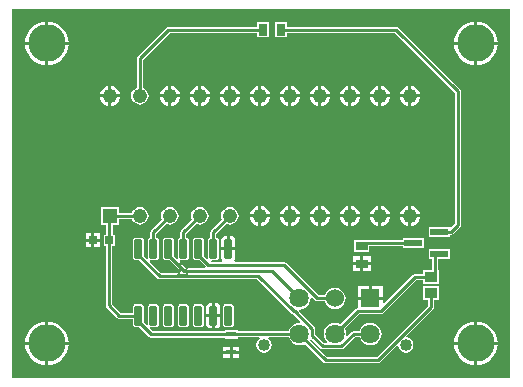
<source format=gbl>
G04*
G04 #@! TF.GenerationSoftware,Altium Limited,Altium Designer,19.1.7 (138)*
G04*
G04 Layer_Physical_Order=2*
G04 Layer_Color=16711680*
%FSLAX44Y44*%
%MOMM*%
G71*
G01*
G75*
%ADD11C,0.1500*%
%ADD19C,3.1750*%
%ADD20R,1.5830X1.5830*%
%ADD21C,1.6349*%
%ADD22C,1.5301*%
%ADD23C,1.0201*%
%ADD24R,1.2200X1.2200*%
%ADD25C,1.2200*%
G04:AMPARAMS|DCode=26|XSize=0.65mm|YSize=1.65mm|CornerRadius=0.0488mm|HoleSize=0mm|Usage=FLASHONLY|Rotation=180.000|XOffset=0mm|YOffset=0mm|HoleType=Round|Shape=RoundedRectangle|*
%AMROUNDEDRECTD26*
21,1,0.6500,1.5525,0,0,180.0*
21,1,0.5525,1.6500,0,0,180.0*
1,1,0.0975,-0.2763,0.7763*
1,1,0.0975,0.2763,0.7763*
1,1,0.0975,0.2763,-0.7763*
1,1,0.0975,-0.2763,-0.7763*
%
%ADD26ROUNDEDRECTD26*%
%ADD27R,0.7000X0.7000*%
%ADD28R,1.5500X0.6000*%
%ADD29R,1.0500X0.9000*%
%ADD30R,1.0000X0.8000*%
%ADD31R,0.8000X1.0000*%
%ADD32R,0.8500X0.4500*%
%ADD33C,0.2540*%
G36*
X497790Y2590D02*
X76250D01*
Y314910D01*
X497790D01*
Y2590D01*
D02*
G37*
%LPC*%
G36*
X293680Y303450D02*
X283140D01*
Y299770D01*
X208280D01*
X207289Y299573D01*
X206449Y299011D01*
X182319Y274881D01*
X181757Y274041D01*
X181560Y273050D01*
Y248204D01*
X180433Y247738D01*
X178894Y246556D01*
X177712Y245017D01*
X176970Y243224D01*
X176716Y241300D01*
X176970Y239376D01*
X177712Y237583D01*
X178894Y236044D01*
X180433Y234862D01*
X182226Y234120D01*
X184150Y233866D01*
X186074Y234120D01*
X187867Y234862D01*
X189406Y236044D01*
X190588Y237583D01*
X191330Y239376D01*
X191583Y241300D01*
X191330Y243224D01*
X190588Y245017D01*
X189406Y246556D01*
X187867Y247738D01*
X186740Y248204D01*
Y271977D01*
X209353Y294590D01*
X283140D01*
Y290910D01*
X293680D01*
Y303450D01*
D02*
G37*
G36*
X469900Y304129D02*
Y287020D01*
X487009D01*
X486779Y289360D01*
X485726Y292831D01*
X484016Y296030D01*
X481714Y298834D01*
X478910Y301136D01*
X475711Y302846D01*
X472240Y303899D01*
X469900Y304129D01*
D02*
G37*
G36*
X467360D02*
X465020Y303899D01*
X461549Y302846D01*
X458350Y301136D01*
X455546Y298834D01*
X453244Y296030D01*
X451534Y292831D01*
X450481Y289360D01*
X450251Y287020D01*
X467360D01*
Y304129D01*
D02*
G37*
G36*
X106680D02*
Y287020D01*
X123789D01*
X123559Y289360D01*
X122506Y292831D01*
X120796Y296030D01*
X118494Y298834D01*
X115690Y301136D01*
X112491Y302846D01*
X109020Y303899D01*
X106680Y304129D01*
D02*
G37*
G36*
X104140D02*
X101800Y303899D01*
X98329Y302846D01*
X95130Y301136D01*
X92326Y298834D01*
X90024Y296030D01*
X88314Y292831D01*
X87261Y289360D01*
X87031Y287020D01*
X104140D01*
Y304129D01*
D02*
G37*
G36*
X487009Y284480D02*
X469900D01*
Y267371D01*
X472240Y267601D01*
X475711Y268654D01*
X478910Y270364D01*
X481714Y272666D01*
X484016Y275470D01*
X485726Y278669D01*
X486779Y282140D01*
X487009Y284480D01*
D02*
G37*
G36*
X467360D02*
X450251D01*
X450481Y282140D01*
X451534Y278669D01*
X453244Y275470D01*
X455546Y272666D01*
X458350Y270364D01*
X461549Y268654D01*
X465020Y267601D01*
X467360Y267371D01*
Y284480D01*
D02*
G37*
G36*
X123789D02*
X106680D01*
Y267371D01*
X109020Y267601D01*
X112491Y268654D01*
X115690Y270364D01*
X118494Y272666D01*
X120796Y275470D01*
X122506Y278669D01*
X123559Y282140D01*
X123789Y284480D01*
D02*
G37*
G36*
X104140D02*
X87031D01*
X87261Y282140D01*
X88314Y278669D01*
X90024Y275470D01*
X92326Y272666D01*
X95130Y270364D01*
X98329Y268654D01*
X101800Y267601D01*
X104140Y267371D01*
Y284480D01*
D02*
G37*
G36*
X414020Y249847D02*
Y242570D01*
X421297D01*
X421167Y243556D01*
X420297Y245657D01*
X418912Y247462D01*
X417107Y248847D01*
X415005Y249718D01*
X414020Y249847D01*
D02*
G37*
G36*
X388620D02*
Y242570D01*
X395897D01*
X395768Y243556D01*
X394897Y245657D01*
X393512Y247462D01*
X391707Y248847D01*
X389605Y249718D01*
X388620Y249847D01*
D02*
G37*
G36*
X363220D02*
Y242570D01*
X370497D01*
X370368Y243556D01*
X369497Y245657D01*
X368112Y247462D01*
X366307Y248847D01*
X364205Y249718D01*
X363220Y249847D01*
D02*
G37*
G36*
X337820D02*
Y242570D01*
X345097D01*
X344967Y243556D01*
X344097Y245657D01*
X342712Y247462D01*
X340907Y248847D01*
X338805Y249718D01*
X337820Y249847D01*
D02*
G37*
G36*
X312420D02*
Y242570D01*
X319697D01*
X319568Y243556D01*
X318697Y245657D01*
X317312Y247462D01*
X315507Y248847D01*
X313405Y249718D01*
X312420Y249847D01*
D02*
G37*
G36*
X287020D02*
Y242570D01*
X294297D01*
X294167Y243556D01*
X293297Y245657D01*
X291912Y247462D01*
X290107Y248847D01*
X288005Y249718D01*
X287020Y249847D01*
D02*
G37*
G36*
X261620D02*
Y242570D01*
X268897D01*
X268768Y243556D01*
X267897Y245657D01*
X266512Y247462D01*
X264707Y248847D01*
X262605Y249718D01*
X261620Y249847D01*
D02*
G37*
G36*
X236220D02*
Y242570D01*
X243497D01*
X243368Y243556D01*
X242497Y245657D01*
X241112Y247462D01*
X239307Y248847D01*
X237205Y249718D01*
X236220Y249847D01*
D02*
G37*
G36*
X210820D02*
Y242570D01*
X218097D01*
X217967Y243556D01*
X217097Y245657D01*
X215712Y247462D01*
X213907Y248847D01*
X211805Y249718D01*
X210820Y249847D01*
D02*
G37*
G36*
X160020D02*
Y242570D01*
X167297D01*
X167167Y243556D01*
X166297Y245657D01*
X164912Y247462D01*
X163107Y248847D01*
X161005Y249718D01*
X160020Y249847D01*
D02*
G37*
G36*
X259080D02*
X258095Y249718D01*
X255993Y248847D01*
X254188Y247462D01*
X252803Y245657D01*
X251932Y243556D01*
X251803Y242570D01*
X259080D01*
Y249847D01*
D02*
G37*
G36*
X360680D02*
X359695Y249718D01*
X357593Y248847D01*
X355788Y247462D01*
X354403Y245657D01*
X353532Y243556D01*
X353403Y242570D01*
X360680D01*
Y249847D01*
D02*
G37*
G36*
X335280D02*
X334295Y249718D01*
X332193Y248847D01*
X330388Y247462D01*
X329003Y245657D01*
X328132Y243556D01*
X328003Y242570D01*
X335280D01*
Y249847D01*
D02*
G37*
G36*
X284480D02*
X283494Y249718D01*
X281393Y248847D01*
X279588Y247462D01*
X278203Y245657D01*
X277332Y243556D01*
X277203Y242570D01*
X284480D01*
Y249847D01*
D02*
G37*
G36*
X233680D02*
X232694Y249718D01*
X230593Y248847D01*
X228788Y247462D01*
X227403Y245657D01*
X226532Y243556D01*
X226403Y242570D01*
X233680D01*
Y249847D01*
D02*
G37*
G36*
X386080D02*
X385094Y249718D01*
X382993Y248847D01*
X381188Y247462D01*
X379803Y245657D01*
X378932Y243556D01*
X378803Y242570D01*
X386080D01*
Y249847D01*
D02*
G37*
G36*
X309880D02*
X308895Y249718D01*
X306793Y248847D01*
X304988Y247462D01*
X303603Y245657D01*
X302732Y243556D01*
X302603Y242570D01*
X309880D01*
Y249847D01*
D02*
G37*
G36*
X157480D02*
X156495Y249718D01*
X154393Y248847D01*
X152588Y247462D01*
X151203Y245657D01*
X150332Y243556D01*
X150203Y242570D01*
X157480D01*
Y249847D01*
D02*
G37*
G36*
X208280D02*
X207295Y249718D01*
X205193Y248847D01*
X203388Y247462D01*
X202003Y245657D01*
X201132Y243556D01*
X201003Y242570D01*
X208280D01*
Y249847D01*
D02*
G37*
G36*
X411480D02*
X410494Y249718D01*
X408393Y248847D01*
X406588Y247462D01*
X405203Y245657D01*
X404332Y243556D01*
X404203Y242570D01*
X411480D01*
Y249847D01*
D02*
G37*
G36*
X421297Y240030D02*
X414020D01*
Y232753D01*
X415005Y232882D01*
X417107Y233753D01*
X418912Y235138D01*
X420297Y236943D01*
X421167Y239044D01*
X421297Y240030D01*
D02*
G37*
G36*
X319697D02*
X312420D01*
Y232753D01*
X313405Y232882D01*
X315507Y233753D01*
X317312Y235138D01*
X318697Y236943D01*
X319568Y239044D01*
X319697Y240030D01*
D02*
G37*
G36*
X218097D02*
X210820D01*
Y232753D01*
X211805Y232882D01*
X213907Y233753D01*
X215712Y235138D01*
X217097Y236943D01*
X217967Y239044D01*
X218097Y240030D01*
D02*
G37*
G36*
X167297D02*
X160020D01*
Y232753D01*
X161005Y232882D01*
X163107Y233753D01*
X164912Y235138D01*
X166297Y236943D01*
X167167Y239044D01*
X167297Y240030D01*
D02*
G37*
G36*
X395897D02*
X388620D01*
Y232753D01*
X389605Y232882D01*
X391707Y233753D01*
X393512Y235138D01*
X394897Y236943D01*
X395768Y239044D01*
X395897Y240030D01*
D02*
G37*
G36*
X345097D02*
X337820D01*
Y232753D01*
X338805Y232882D01*
X340907Y233753D01*
X342712Y235138D01*
X344097Y236943D01*
X344967Y239044D01*
X345097Y240030D01*
D02*
G37*
G36*
X294297D02*
X287020D01*
Y232753D01*
X288005Y232882D01*
X290107Y233753D01*
X291912Y235138D01*
X293297Y236943D01*
X294167Y239044D01*
X294297Y240030D01*
D02*
G37*
G36*
X243497D02*
X236220D01*
Y232753D01*
X237205Y232882D01*
X239307Y233753D01*
X241112Y235138D01*
X242497Y236943D01*
X243368Y239044D01*
X243497Y240030D01*
D02*
G37*
G36*
X370497D02*
X363220D01*
Y232753D01*
X364205Y232882D01*
X366307Y233753D01*
X368112Y235138D01*
X369497Y236943D01*
X370368Y239044D01*
X370497Y240030D01*
D02*
G37*
G36*
X268897D02*
X261620D01*
Y232753D01*
X262605Y232882D01*
X264707Y233753D01*
X266512Y235138D01*
X267897Y236943D01*
X268768Y239044D01*
X268897Y240030D01*
D02*
G37*
G36*
X360680D02*
X353403D01*
X353532Y239044D01*
X354403Y236943D01*
X355788Y235138D01*
X357593Y233753D01*
X359695Y232882D01*
X360680Y232753D01*
Y240030D01*
D02*
G37*
G36*
X259080D02*
X251803D01*
X251932Y239044D01*
X252803Y236943D01*
X254188Y235138D01*
X255993Y233753D01*
X258095Y232882D01*
X259080Y232753D01*
Y240030D01*
D02*
G37*
G36*
X386080D02*
X378803D01*
X378932Y239044D01*
X379803Y236943D01*
X381188Y235138D01*
X382993Y233753D01*
X385094Y232882D01*
X386080Y232753D01*
Y240030D01*
D02*
G37*
G36*
X335280D02*
X328003D01*
X328132Y239044D01*
X329003Y236943D01*
X330388Y235138D01*
X332193Y233753D01*
X334295Y232882D01*
X335280Y232753D01*
Y240030D01*
D02*
G37*
G36*
X284480D02*
X277203D01*
X277332Y239044D01*
X278203Y236943D01*
X279588Y235138D01*
X281393Y233753D01*
X283494Y232882D01*
X284480Y232753D01*
Y240030D01*
D02*
G37*
G36*
X233680D02*
X226403D01*
X226532Y239044D01*
X227403Y236943D01*
X228788Y235138D01*
X230593Y233753D01*
X232694Y232882D01*
X233680Y232753D01*
Y240030D01*
D02*
G37*
G36*
X208280D02*
X201003D01*
X201132Y239044D01*
X202003Y236943D01*
X203388Y235138D01*
X205193Y233753D01*
X207295Y232882D01*
X208280Y232753D01*
Y240030D01*
D02*
G37*
G36*
X157480D02*
X150203D01*
X150332Y239044D01*
X151203Y236943D01*
X152588Y235138D01*
X154393Y233753D01*
X156495Y232882D01*
X157480Y232753D01*
Y240030D01*
D02*
G37*
G36*
X411480D02*
X404203D01*
X404332Y239044D01*
X405203Y236943D01*
X406588Y235138D01*
X408393Y233753D01*
X410494Y232882D01*
X411480Y232753D01*
Y240030D01*
D02*
G37*
G36*
X309880D02*
X302603D01*
X302732Y239044D01*
X303603Y236943D01*
X304988Y235138D01*
X306793Y233753D01*
X308895Y232882D01*
X309880Y232753D01*
Y240030D01*
D02*
G37*
G36*
X414020Y148247D02*
Y140970D01*
X421297D01*
X421167Y141955D01*
X420297Y144057D01*
X418912Y145862D01*
X417107Y147247D01*
X415005Y148118D01*
X414020Y148247D01*
D02*
G37*
G36*
X388620D02*
Y140970D01*
X395897D01*
X395768Y141955D01*
X394897Y144057D01*
X393512Y145862D01*
X391707Y147247D01*
X389605Y148118D01*
X388620Y148247D01*
D02*
G37*
G36*
X363220D02*
Y140970D01*
X370497D01*
X370368Y141955D01*
X369497Y144057D01*
X368112Y145862D01*
X366307Y147247D01*
X364205Y148118D01*
X363220Y148247D01*
D02*
G37*
G36*
X337820D02*
Y140970D01*
X345097D01*
X344967Y141955D01*
X344097Y144057D01*
X342712Y145862D01*
X340907Y147247D01*
X338805Y148118D01*
X337820Y148247D01*
D02*
G37*
G36*
X312420D02*
Y140970D01*
X319697D01*
X319568Y141955D01*
X318697Y144057D01*
X317312Y145862D01*
X315507Y147247D01*
X313405Y148118D01*
X312420Y148247D01*
D02*
G37*
G36*
X287020D02*
Y140970D01*
X294297D01*
X294167Y141955D01*
X293297Y144057D01*
X291912Y145862D01*
X290107Y147247D01*
X288005Y148118D01*
X287020Y148247D01*
D02*
G37*
G36*
X360680D02*
X359695Y148118D01*
X357593Y147247D01*
X355788Y145862D01*
X354403Y144057D01*
X353532Y141955D01*
X353403Y140970D01*
X360680D01*
Y148247D01*
D02*
G37*
G36*
X411480D02*
X410494Y148118D01*
X408393Y147247D01*
X406588Y145862D01*
X405203Y144057D01*
X404332Y141955D01*
X404203Y140970D01*
X411480D01*
Y148247D01*
D02*
G37*
G36*
X284480D02*
X283494Y148118D01*
X281393Y147247D01*
X279588Y145862D01*
X278203Y144057D01*
X277332Y141955D01*
X277203Y140970D01*
X284480D01*
Y148247D01*
D02*
G37*
G36*
X386080D02*
X385094Y148118D01*
X382993Y147247D01*
X381188Y145862D01*
X379803Y144057D01*
X378932Y141955D01*
X378803Y140970D01*
X386080D01*
Y148247D01*
D02*
G37*
G36*
X335280D02*
X334295Y148118D01*
X332193Y147247D01*
X330388Y145862D01*
X329003Y144057D01*
X328132Y141955D01*
X328003Y140970D01*
X335280D01*
Y148247D01*
D02*
G37*
G36*
X309880D02*
X308895Y148118D01*
X306793Y147247D01*
X304988Y145862D01*
X303603Y144057D01*
X302732Y141955D01*
X302603Y140970D01*
X309880D01*
Y148247D01*
D02*
G37*
G36*
X260350Y147134D02*
X258426Y146880D01*
X256633Y146138D01*
X255094Y144956D01*
X253912Y143417D01*
X253170Y141624D01*
X252916Y139700D01*
X253170Y137776D01*
X253636Y136649D01*
X244549Y127561D01*
X243987Y126721D01*
X243790Y125730D01*
Y121314D01*
X243617D01*
X242932Y121178D01*
X242350Y120790D01*
X241962Y120208D01*
X241826Y119522D01*
Y104073D01*
X241654Y103921D01*
X240636Y103466D01*
X238234Y105868D01*
Y119522D01*
X238098Y120208D01*
X237710Y120790D01*
X237128Y121178D01*
X236443Y121314D01*
X230917D01*
X230232Y121178D01*
X229650Y120790D01*
X229262Y120208D01*
X229126Y119522D01*
Y103997D01*
X229262Y103312D01*
X229650Y102730D01*
X230232Y102342D01*
X230917Y102206D01*
X234572D01*
X239728Y97050D01*
X239202Y95780D01*
X222923D01*
X217686Y101016D01*
X218141Y102034D01*
X218293Y102206D01*
X223743D01*
X224428Y102342D01*
X225010Y102730D01*
X225398Y103312D01*
X225534Y103997D01*
Y119522D01*
X225398Y120208D01*
X225010Y120790D01*
X224428Y121178D01*
X223743Y121314D01*
X223570D01*
Y124657D01*
X231899Y132986D01*
X233026Y132520D01*
X234950Y132266D01*
X236874Y132520D01*
X238667Y133262D01*
X240206Y134444D01*
X241388Y135983D01*
X242130Y137776D01*
X242383Y139700D01*
X242130Y141624D01*
X241388Y143417D01*
X240206Y144956D01*
X238667Y146138D01*
X236874Y146880D01*
X234950Y147134D01*
X233026Y146880D01*
X231233Y146138D01*
X229694Y144956D01*
X228512Y143417D01*
X227770Y141624D01*
X227516Y139700D01*
X227770Y137776D01*
X228237Y136649D01*
X219149Y127561D01*
X218587Y126721D01*
X218390Y125730D01*
Y121314D01*
X218218D01*
X217532Y121178D01*
X216950Y120790D01*
X216562Y120208D01*
X216426Y119522D01*
Y104073D01*
X216254Y103921D01*
X215236Y103466D01*
X212834Y105868D01*
Y119522D01*
X212698Y120208D01*
X212310Y120790D01*
X211728Y121178D01*
X211042Y121314D01*
X205518D01*
X204832Y121178D01*
X204250Y120790D01*
X203862Y120208D01*
X203726Y119522D01*
Y103997D01*
X203862Y103312D01*
X204250Y102730D01*
X204832Y102342D01*
X205518Y102206D01*
X209172D01*
X218802Y92576D01*
X218316Y91402D01*
X201900D01*
X192286Y101016D01*
X192741Y102034D01*
X192893Y102206D01*
X198342D01*
X199028Y102342D01*
X199610Y102730D01*
X199998Y103312D01*
X200134Y103997D01*
Y119522D01*
X199998Y120208D01*
X199610Y120790D01*
X199028Y121178D01*
X198342Y121314D01*
X198170D01*
Y124657D01*
X206499Y132986D01*
X207626Y132520D01*
X209550Y132266D01*
X211474Y132520D01*
X213267Y133262D01*
X214806Y134444D01*
X215988Y135983D01*
X216730Y137776D01*
X216984Y139700D01*
X216730Y141624D01*
X215988Y143417D01*
X214806Y144956D01*
X213267Y146138D01*
X211474Y146880D01*
X209550Y147134D01*
X207626Y146880D01*
X205833Y146138D01*
X204294Y144956D01*
X203112Y143417D01*
X202370Y141624D01*
X202116Y139700D01*
X202370Y137776D01*
X202836Y136649D01*
X193749Y127561D01*
X193187Y126721D01*
X192990Y125730D01*
Y121314D01*
X192817D01*
X192132Y121178D01*
X191550Y120790D01*
X191162Y120208D01*
X191026Y119522D01*
Y104073D01*
X190854Y103921D01*
X189836Y103466D01*
X187434Y105868D01*
Y119522D01*
X187298Y120208D01*
X186910Y120790D01*
X186328Y121178D01*
X185643Y121314D01*
X180117D01*
X179432Y121178D01*
X178850Y120790D01*
X178462Y120208D01*
X178326Y119522D01*
Y103997D01*
X178462Y103312D01*
X178850Y102730D01*
X179432Y102342D01*
X180117Y102206D01*
X183772D01*
X198996Y86981D01*
X199837Y86420D01*
X200828Y86223D01*
X283495D01*
X312413Y57304D01*
X313253Y56743D01*
X313994Y56596D01*
X320115Y50475D01*
X319553Y49336D01*
X319250Y49376D01*
X316785Y49051D01*
X314487Y48100D01*
X312514Y46586D01*
X311000Y44613D01*
X310049Y42316D01*
X310026Y42140D01*
X267140D01*
Y42770D01*
X256100D01*
Y41840D01*
X194963D01*
X192286Y44516D01*
X192741Y45534D01*
X192893Y45706D01*
X198342D01*
X199028Y45842D01*
X199610Y46230D01*
X199998Y46812D01*
X200134Y47498D01*
Y63022D01*
X199998Y63708D01*
X199610Y64290D01*
X199028Y64678D01*
X198342Y64814D01*
X192817D01*
X192132Y64678D01*
X191550Y64290D01*
X191162Y63708D01*
X191026Y63022D01*
Y47573D01*
X190854Y47421D01*
X189836Y46966D01*
X187434Y49368D01*
Y63022D01*
X187298Y63708D01*
X186910Y64290D01*
X186328Y64678D01*
X185643Y64814D01*
X180117D01*
X179432Y64678D01*
X178850Y64290D01*
X178462Y63708D01*
X178326Y63022D01*
Y57850D01*
X167753D01*
X160720Y64883D01*
Y114270D01*
X163180D01*
Y123810D01*
X161000D01*
Y132330D01*
X166120D01*
Y137110D01*
X177245D01*
X177712Y135983D01*
X178894Y134444D01*
X180433Y133262D01*
X182226Y132520D01*
X184150Y132266D01*
X186074Y132520D01*
X187867Y133262D01*
X189406Y134444D01*
X190588Y135983D01*
X191330Y137776D01*
X191583Y139700D01*
X191330Y141624D01*
X190588Y143417D01*
X189406Y144956D01*
X187867Y146138D01*
X186074Y146880D01*
X184150Y147134D01*
X182226Y146880D01*
X180433Y146138D01*
X178894Y144956D01*
X177712Y143417D01*
X177245Y142290D01*
X166120D01*
Y147070D01*
X151380D01*
Y132330D01*
X155820D01*
Y123810D01*
X153640D01*
Y114270D01*
X155540D01*
Y63810D01*
X155737Y62819D01*
X156299Y61979D01*
X164849Y53429D01*
X165689Y52867D01*
X166680Y52670D01*
X178326D01*
Y47498D01*
X178462Y46812D01*
X178850Y46230D01*
X179432Y45842D01*
X180117Y45706D01*
X183772D01*
X192059Y37419D01*
X192899Y36857D01*
X193890Y36660D01*
X256100D01*
Y35730D01*
X267140D01*
Y36960D01*
X285242D01*
X285627Y35690D01*
X284657Y35042D01*
X283249Y32935D01*
X282755Y30450D01*
X283249Y27964D01*
X284657Y25857D01*
X286765Y24449D01*
X289250Y23954D01*
X291736Y24449D01*
X293843Y25857D01*
X295251Y27964D01*
X295745Y30450D01*
X295251Y32935D01*
X293843Y35042D01*
X292873Y35690D01*
X293258Y36960D01*
X310225D01*
X311000Y35087D01*
X312514Y33114D01*
X314487Y31600D01*
X316785Y30649D01*
X319250Y30324D01*
X321716Y30649D01*
X323889Y31549D01*
X339489Y15949D01*
X340329Y15387D01*
X341320Y15190D01*
X385775D01*
X386766Y15387D01*
X387607Y15949D01*
X401567Y29910D01*
X402945Y29492D01*
X403249Y27964D01*
X404657Y25857D01*
X406764Y24449D01*
X409250Y23954D01*
X411735Y24449D01*
X413843Y25857D01*
X415251Y27964D01*
X415745Y30450D01*
X415251Y32935D01*
X413843Y35042D01*
X411735Y36450D01*
X410208Y36754D01*
X409790Y38132D01*
X432361Y60703D01*
X432923Y61544D01*
X433120Y62535D01*
Y68760D01*
X437050D01*
Y80300D01*
X424010D01*
Y68760D01*
X427940D01*
Y63607D01*
X384703Y20370D01*
X342393D01*
X328588Y34174D01*
X328607Y34235D01*
X330043Y34594D01*
X337333Y27304D01*
X338173Y26743D01*
X339164Y26546D01*
X354805D01*
X355797Y26743D01*
X356637Y27304D01*
X366592Y37260D01*
X370100D01*
X371000Y35087D01*
X372514Y33114D01*
X374487Y31600D01*
X376785Y30649D01*
X379250Y30324D01*
X381715Y30649D01*
X384013Y31600D01*
X385986Y33114D01*
X387500Y35087D01*
X388451Y37385D01*
X388776Y39850D01*
X388451Y42316D01*
X387500Y44613D01*
X385986Y46586D01*
X384013Y48100D01*
X381715Y49051D01*
X379250Y49376D01*
X376785Y49051D01*
X374487Y48100D01*
X372514Y46586D01*
X371000Y44613D01*
X370100Y42440D01*
X365520D01*
X364529Y42243D01*
X363689Y41681D01*
X359784Y37777D01*
X358581Y38370D01*
X358776Y39850D01*
X358451Y42316D01*
X357551Y44489D01*
X369868Y56805D01*
X388445D01*
X389436Y57003D01*
X390276Y57564D01*
X418153Y85440D01*
X424010D01*
Y82260D01*
X437050D01*
Y93800D01*
X436350D01*
Y103070D01*
X446740D01*
Y111610D01*
X428700D01*
Y103070D01*
X431170D01*
Y93800D01*
X424010D01*
Y90620D01*
X417080D01*
X416089Y90423D01*
X415249Y89861D01*
X390878Y65490D01*
X389705Y65977D01*
Y68580D01*
X368795D01*
Y61985D01*
X367804Y61788D01*
X366964Y61226D01*
X353889Y48151D01*
X351716Y49051D01*
X349250Y49376D01*
X346785Y49051D01*
X344487Y48100D01*
X342514Y46586D01*
X341000Y44613D01*
X340049Y42316D01*
X339724Y39850D01*
X340049Y37385D01*
X341000Y35087D01*
X342514Y33114D01*
X342757Y32928D01*
X342349Y31725D01*
X340237D01*
X332554Y39408D01*
Y44288D01*
X332357Y45279D01*
X331796Y46119D01*
X318702Y59213D01*
X318962Y59741D01*
X319371Y60340D01*
X321716Y60649D01*
X324013Y61600D01*
X325986Y63114D01*
X327500Y65087D01*
X328451Y67385D01*
X328776Y69850D01*
X328736Y70153D01*
X329875Y70715D01*
X332571Y68019D01*
X333411Y67457D01*
X334402Y67260D01*
X340667D01*
X341458Y65351D01*
X342888Y63488D01*
X344751Y62058D01*
X346921Y61159D01*
X349250Y60853D01*
X351579Y61159D01*
X353749Y62058D01*
X355612Y63488D01*
X357042Y65351D01*
X357941Y67521D01*
X358247Y69850D01*
X357941Y72179D01*
X357042Y74349D01*
X355612Y76212D01*
X353749Y77642D01*
X351579Y78541D01*
X349250Y78847D01*
X346921Y78541D01*
X344751Y77642D01*
X342888Y76212D01*
X341458Y74349D01*
X340667Y72440D01*
X335475D01*
X307868Y100047D01*
X307028Y100609D01*
X306037Y100806D01*
X264762D01*
X264511Y101149D01*
X264200Y102076D01*
X264694Y102816D01*
X264929Y103997D01*
Y110490D01*
X259080D01*
X253231D01*
Y103997D01*
X253466Y102816D01*
X253960Y102076D01*
X253649Y101149D01*
X253398Y100806D01*
X244383D01*
X244294Y100936D01*
X244963Y102206D01*
X249142D01*
X249828Y102342D01*
X250410Y102730D01*
X250798Y103312D01*
X250934Y103997D01*
Y119522D01*
X250798Y120208D01*
X250410Y120790D01*
X249828Y121178D01*
X249142Y121314D01*
X248970D01*
Y124657D01*
X257299Y132986D01*
X258426Y132520D01*
X260350Y132266D01*
X262274Y132520D01*
X264067Y133262D01*
X265606Y134444D01*
X266788Y135983D01*
X267530Y137776D01*
X267784Y139700D01*
X267530Y141624D01*
X266788Y143417D01*
X265606Y144956D01*
X264067Y146138D01*
X262274Y146880D01*
X260350Y147134D01*
D02*
G37*
G36*
X395897Y138430D02*
X388620D01*
Y131153D01*
X389605Y131282D01*
X391707Y132153D01*
X393512Y133538D01*
X394897Y135343D01*
X395768Y137444D01*
X395897Y138430D01*
D02*
G37*
G36*
X345097D02*
X337820D01*
Y131153D01*
X338805Y131282D01*
X340907Y132153D01*
X342712Y133538D01*
X344097Y135343D01*
X344967Y137444D01*
X345097Y138430D01*
D02*
G37*
G36*
X319697D02*
X312420D01*
Y131153D01*
X313405Y131282D01*
X315507Y132153D01*
X317312Y133538D01*
X318697Y135343D01*
X319568Y137444D01*
X319697Y138430D01*
D02*
G37*
G36*
X294297D02*
X287020D01*
Y131153D01*
X288005Y131282D01*
X290107Y132153D01*
X291912Y133538D01*
X293297Y135343D01*
X294167Y137444D01*
X294297Y138430D01*
D02*
G37*
G36*
X421297D02*
X414020D01*
Y131153D01*
X415005Y131282D01*
X417107Y132153D01*
X418912Y133538D01*
X420297Y135343D01*
X421167Y137444D01*
X421297Y138430D01*
D02*
G37*
G36*
X370497D02*
X363220D01*
Y131153D01*
X364205Y131282D01*
X366307Y132153D01*
X368112Y133538D01*
X369497Y135343D01*
X370368Y137444D01*
X370497Y138430D01*
D02*
G37*
G36*
X360680D02*
X353403D01*
X353532Y137444D01*
X354403Y135343D01*
X355788Y133538D01*
X357593Y132153D01*
X359695Y131282D01*
X360680Y131153D01*
Y138430D01*
D02*
G37*
G36*
X411480D02*
X404203D01*
X404332Y137444D01*
X405203Y135343D01*
X406588Y133538D01*
X408393Y132153D01*
X410494Y131282D01*
X411480Y131153D01*
Y138430D01*
D02*
G37*
G36*
X386080D02*
X378803D01*
X378932Y137444D01*
X379803Y135343D01*
X381188Y133538D01*
X382993Y132153D01*
X385094Y131282D01*
X386080Y131153D01*
Y138430D01*
D02*
G37*
G36*
X335280D02*
X328003D01*
X328132Y137444D01*
X329003Y135343D01*
X330388Y133538D01*
X332193Y132153D01*
X334295Y131282D01*
X335280Y131153D01*
Y138430D01*
D02*
G37*
G36*
X284480D02*
X277203D01*
X277332Y137444D01*
X278203Y135343D01*
X279588Y133538D01*
X281393Y132153D01*
X283494Y131282D01*
X284480Y131153D01*
Y138430D01*
D02*
G37*
G36*
X309880D02*
X302603D01*
X302732Y137444D01*
X303603Y135343D01*
X304988Y133538D01*
X306793Y132153D01*
X308895Y131282D01*
X309880Y131153D01*
Y138430D01*
D02*
G37*
G36*
X308680Y303450D02*
X298140D01*
Y290910D01*
X308680D01*
Y294590D01*
X400247D01*
X450800Y244037D01*
Y133300D01*
X447709Y130209D01*
X446740Y130610D01*
Y130610D01*
X428700D01*
Y122070D01*
X446740D01*
Y123750D01*
X447503D01*
X448493Y123947D01*
X449334Y124509D01*
X455221Y130396D01*
X455783Y131236D01*
X455980Y132227D01*
Y245110D01*
X455783Y246101D01*
X455221Y246941D01*
X403151Y299011D01*
X402311Y299573D01*
X401320Y299770D01*
X308680D01*
Y303450D01*
D02*
G37*
G36*
X150450Y125080D02*
X145680D01*
Y120310D01*
X150450D01*
Y125080D01*
D02*
G37*
G36*
X143140D02*
X138370D01*
Y120310D01*
X143140D01*
Y125080D01*
D02*
G37*
G36*
X424740Y121110D02*
X406700D01*
Y119430D01*
X378380D01*
Y119450D01*
X365840D01*
Y108910D01*
X378380D01*
Y114250D01*
X406700D01*
Y112570D01*
X424740D01*
Y121110D01*
D02*
G37*
G36*
X261842Y122609D02*
X260350D01*
Y113030D01*
X264929D01*
Y119522D01*
X264694Y120704D01*
X264025Y121705D01*
X263024Y122374D01*
X261842Y122609D01*
D02*
G37*
G36*
X257810D02*
X256318D01*
X255136Y122374D01*
X254135Y121705D01*
X253466Y120704D01*
X253231Y119522D01*
Y113030D01*
X257810D01*
Y122609D01*
D02*
G37*
G36*
X150450Y117770D02*
X145680D01*
Y113000D01*
X150450D01*
Y117770D01*
D02*
G37*
G36*
X143140D02*
X138370D01*
Y113000D01*
X143140D01*
Y117770D01*
D02*
G37*
G36*
X379650Y105720D02*
X373380D01*
Y100450D01*
X379650D01*
Y105720D01*
D02*
G37*
G36*
X370840D02*
X364570D01*
Y100450D01*
X370840D01*
Y105720D01*
D02*
G37*
G36*
X379650Y97910D02*
X373380D01*
Y92640D01*
X379650D01*
Y97910D01*
D02*
G37*
G36*
X370840D02*
X364570D01*
Y92640D01*
X370840D01*
Y97910D01*
D02*
G37*
G36*
X389705Y80305D02*
X380520D01*
Y71120D01*
X389705D01*
Y80305D01*
D02*
G37*
G36*
X377980D02*
X368795D01*
Y71120D01*
X377980D01*
Y80305D01*
D02*
G37*
G36*
X249142Y66109D02*
X247650D01*
Y56530D01*
X252229D01*
Y63022D01*
X251994Y64204D01*
X251325Y65205D01*
X250324Y65874D01*
X249142Y66109D01*
D02*
G37*
G36*
X245110D02*
X243617D01*
X242436Y65874D01*
X241435Y65205D01*
X240766Y64204D01*
X240531Y63022D01*
Y56530D01*
X245110D01*
Y66109D01*
D02*
G37*
G36*
X261842Y64814D02*
X256318D01*
X255632Y64678D01*
X255050Y64290D01*
X254662Y63708D01*
X254526Y63022D01*
Y47498D01*
X254662Y46812D01*
X255050Y46230D01*
X255632Y45842D01*
X256318Y45706D01*
X261842D01*
X262528Y45842D01*
X263110Y46230D01*
X263498Y46812D01*
X263634Y47498D01*
Y63022D01*
X263498Y63708D01*
X263110Y64290D01*
X262528Y64678D01*
X261842Y64814D01*
D02*
G37*
G36*
X236443D02*
X230917D01*
X230232Y64678D01*
X229650Y64290D01*
X229262Y63708D01*
X229126Y63022D01*
Y47498D01*
X229262Y46812D01*
X229650Y46230D01*
X230232Y45842D01*
X230917Y45706D01*
X236443D01*
X237128Y45842D01*
X237710Y46230D01*
X238098Y46812D01*
X238234Y47498D01*
Y63022D01*
X238098Y63708D01*
X237710Y64290D01*
X237128Y64678D01*
X236443Y64814D01*
D02*
G37*
G36*
X223743D02*
X218218D01*
X217532Y64678D01*
X216950Y64290D01*
X216562Y63708D01*
X216426Y63022D01*
Y47498D01*
X216562Y46812D01*
X216950Y46230D01*
X217532Y45842D01*
X218218Y45706D01*
X223743D01*
X224428Y45842D01*
X225010Y46230D01*
X225398Y46812D01*
X225534Y47498D01*
Y63022D01*
X225398Y63708D01*
X225010Y64290D01*
X224428Y64678D01*
X223743Y64814D01*
D02*
G37*
G36*
X211042D02*
X205518D01*
X204832Y64678D01*
X204250Y64290D01*
X203862Y63708D01*
X203726Y63022D01*
Y47498D01*
X203862Y46812D01*
X204250Y46230D01*
X204832Y45842D01*
X205518Y45706D01*
X211042D01*
X211728Y45842D01*
X212310Y46230D01*
X212698Y46812D01*
X212834Y47498D01*
Y63022D01*
X212698Y63708D01*
X212310Y64290D01*
X211728Y64678D01*
X211042Y64814D01*
D02*
G37*
G36*
X252229Y53990D02*
X247650D01*
Y44411D01*
X249142D01*
X250324Y44646D01*
X251325Y45315D01*
X251994Y46316D01*
X252229Y47498D01*
Y53990D01*
D02*
G37*
G36*
X245110D02*
X240531D01*
Y47498D01*
X240766Y46316D01*
X241435Y45315D01*
X242436Y44646D01*
X243617Y44411D01*
X245110D01*
Y53990D01*
D02*
G37*
G36*
X469900Y50129D02*
Y33020D01*
X487009D01*
X486779Y35360D01*
X485726Y38831D01*
X484016Y42030D01*
X481714Y44834D01*
X478910Y47136D01*
X475711Y48846D01*
X472240Y49899D01*
X469900Y50129D01*
D02*
G37*
G36*
X467360D02*
X465020Y49899D01*
X461549Y48846D01*
X458350Y47136D01*
X455546Y44834D01*
X453244Y42030D01*
X451534Y38831D01*
X450481Y35360D01*
X450251Y33020D01*
X467360D01*
Y50129D01*
D02*
G37*
G36*
X106680D02*
Y33020D01*
X123789D01*
X123559Y35360D01*
X122506Y38831D01*
X120796Y42030D01*
X118494Y44834D01*
X115690Y47136D01*
X112491Y48846D01*
X109020Y49899D01*
X106680Y50129D01*
D02*
G37*
G36*
X104140D02*
X101800Y49899D01*
X98329Y48846D01*
X95130Y47136D01*
X92326Y44834D01*
X90024Y42030D01*
X88314Y38831D01*
X87261Y35360D01*
X87031Y33020D01*
X104140D01*
Y50129D01*
D02*
G37*
G36*
X268410Y29040D02*
X262890D01*
Y25520D01*
X268410D01*
Y29040D01*
D02*
G37*
G36*
X260350D02*
X254830D01*
Y25520D01*
X260350D01*
Y29040D01*
D02*
G37*
G36*
X268410Y22980D02*
X262890D01*
Y19460D01*
X268410D01*
Y22980D01*
D02*
G37*
G36*
X260350D02*
X254830D01*
Y19460D01*
X260350D01*
Y22980D01*
D02*
G37*
G36*
X487009Y30480D02*
X469900D01*
Y13371D01*
X472240Y13601D01*
X475711Y14654D01*
X478910Y16364D01*
X481714Y18666D01*
X484016Y21470D01*
X485726Y24669D01*
X486779Y28140D01*
X487009Y30480D01*
D02*
G37*
G36*
X467360D02*
X450251D01*
X450481Y28140D01*
X451534Y24669D01*
X453244Y21470D01*
X455546Y18666D01*
X458350Y16364D01*
X461549Y14654D01*
X465020Y13601D01*
X467360Y13371D01*
Y30480D01*
D02*
G37*
G36*
X123789D02*
X106680D01*
Y13371D01*
X109020Y13601D01*
X112491Y14654D01*
X115690Y16364D01*
X118494Y18666D01*
X120796Y21470D01*
X122506Y24669D01*
X123559Y28140D01*
X123789Y30480D01*
D02*
G37*
G36*
X104140D02*
X87031D01*
X87261Y28140D01*
X88314Y24669D01*
X90024Y21470D01*
X92326Y18666D01*
X95130Y16364D01*
X98329Y14654D01*
X101800Y13601D01*
X104140Y13371D01*
Y30480D01*
D02*
G37*
%LPD*%
D11*
X216233Y99260D02*
X222897D01*
X224230Y97927D01*
Y95261D01*
X222897Y93928D01*
X216233D01*
X224230Y91263D02*
Y88597D01*
Y89930D01*
X216233D01*
X217565Y91263D01*
D19*
X105410Y31750D02*
D03*
X468630D02*
D03*
Y285750D02*
D03*
X105410D02*
D03*
D20*
X379250Y69850D02*
D03*
D21*
X319250D02*
D03*
X379250Y39850D02*
D03*
X349250D02*
D03*
X319250D02*
D03*
D22*
X349250Y69850D02*
D03*
D23*
X409250Y30450D02*
D03*
X289250D02*
D03*
D24*
X158750Y139700D02*
D03*
D25*
X184150D02*
D03*
X209550D02*
D03*
X234950D02*
D03*
X260350D02*
D03*
X285750D02*
D03*
X311150D02*
D03*
X336550D02*
D03*
X361950D02*
D03*
X387350D02*
D03*
X412750D02*
D03*
Y241300D02*
D03*
X387350D02*
D03*
X361950D02*
D03*
X336550D02*
D03*
X311150D02*
D03*
X285750D02*
D03*
X260350D02*
D03*
X234950D02*
D03*
X209550D02*
D03*
X184150D02*
D03*
X158750D02*
D03*
D26*
X182880Y111760D02*
D03*
X195580D02*
D03*
X208280D02*
D03*
X220980D02*
D03*
X233680D02*
D03*
X246380D02*
D03*
X259080D02*
D03*
X182880Y55260D02*
D03*
X195580D02*
D03*
X208280D02*
D03*
X220980D02*
D03*
X233680D02*
D03*
X246380D02*
D03*
X259080D02*
D03*
D27*
X144410Y119040D02*
D03*
X158410D02*
D03*
D28*
X437720Y126340D02*
D03*
Y107340D02*
D03*
X415720Y116840D02*
D03*
D29*
X430530Y74530D02*
D03*
Y88030D02*
D03*
D30*
X372110Y114180D02*
D03*
Y99180D02*
D03*
D31*
X288410Y297180D02*
D03*
X303410D02*
D03*
D32*
X261620Y39250D02*
D03*
Y24250D02*
D03*
D33*
X447503Y126340D02*
X453390Y132227D01*
X437720Y126340D02*
X447503D01*
X372110Y114180D02*
X374770Y116840D01*
X415720D01*
X430530Y88030D02*
X433760Y91260D01*
Y105610D01*
X435490Y107340D01*
X437720D01*
X453390Y132227D02*
Y245110D01*
X385775Y17780D02*
X430530Y62535D01*
Y74530D01*
X388445Y59395D02*
X417080Y88030D01*
X430530D01*
X166680Y55260D02*
X182880D01*
X182760Y50380D02*
Y55140D01*
Y50380D02*
X193890Y39250D01*
X261620D01*
X261920Y39550D01*
X318950D01*
X319250Y39850D01*
X184150Y241300D02*
Y273050D01*
X246380Y125730D02*
X260350Y139700D01*
X246380Y111760D02*
Y125730D01*
X220980D02*
X234950Y139700D01*
X220980Y111760D02*
Y125730D01*
X195580D02*
X209550Y139700D01*
X195580Y111760D02*
Y125730D01*
X233680Y106760D02*
X242224Y98216D01*
X233680Y106760D02*
Y111760D01*
X208280Y106760D02*
X221850Y93190D01*
X208280Y106760D02*
Y111760D01*
X182880Y106760D02*
X200828Y88812D01*
X182880Y106760D02*
Y111760D01*
X182760Y55140D02*
X182880Y55260D01*
X158750Y139700D02*
X184150D01*
X158410Y139360D02*
X158750Y139700D01*
X158410Y119040D02*
Y139360D01*
X158130Y63810D02*
Y118760D01*
X158410Y119040D01*
X303410Y297180D02*
X401320D01*
X453390Y245110D01*
X184150Y273050D02*
X208280Y297180D01*
X288410D01*
X315117Y59136D02*
X329964Y44288D01*
X314244Y59136D02*
X315117D01*
X329964Y38336D02*
Y44288D01*
X284568Y88812D02*
X314244Y59136D01*
X200828Y88812D02*
X284568D01*
X329964Y38336D02*
X339164Y29136D01*
X354805D01*
X365520Y39850D01*
X295910Y93190D02*
X319250Y69850D01*
X306037Y98216D02*
X334402Y69850D01*
X221850Y93190D02*
X295910D01*
X242224Y98216D02*
X306037D01*
X334402Y69850D02*
X349250D01*
X365520Y39850D02*
X379250D01*
X349250D02*
X368795Y59395D01*
X388445D01*
X341320Y17780D02*
X385775D01*
X319250Y39850D02*
X341320Y17780D01*
X158130Y63810D02*
X166680Y55260D01*
M02*

</source>
